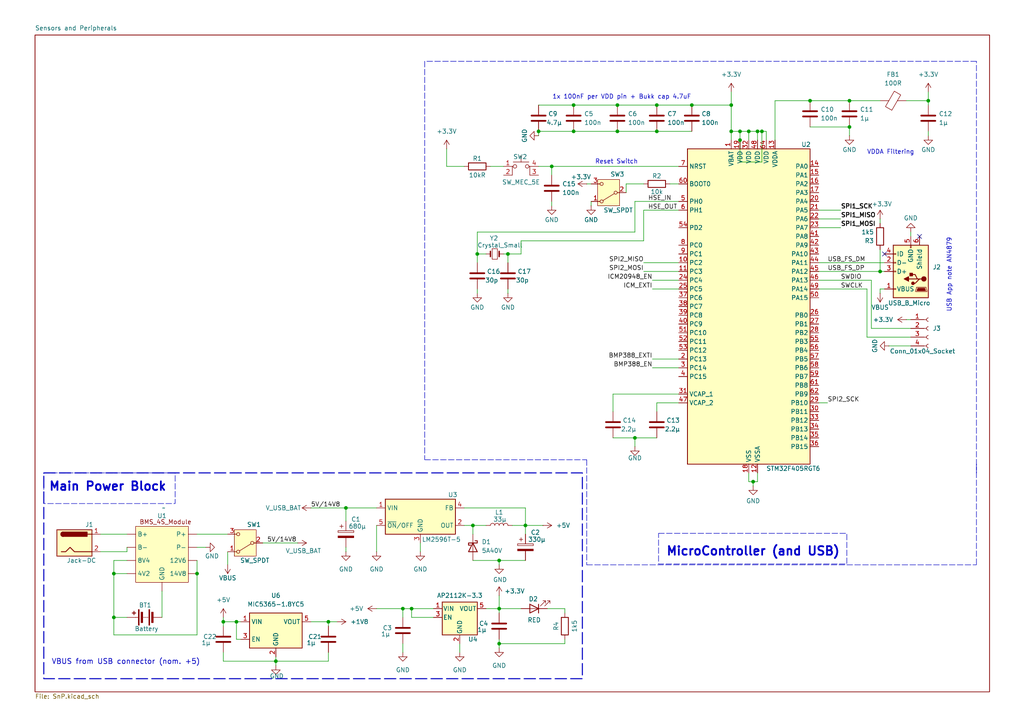
<source format=kicad_sch>
(kicad_sch (version 20250114) (generator "eeschema") (generator_version "9.0")
  (paper "A4")
  (title_block (title "Power and MCU Core ") (date "2025-06-02") (company "Shopie-hw"))
  (lib_symbols
    (symbol "Connector:Conn_01x04_Socket" (pin_names (offset 1.016) (hide yes))
      (property "Reference" "J" (at 0 5.08 0))
      (property "Value" "Conn_01x04_Socket" (at 0 -7.62 0))
      (symbol "Conn_01x04_Socket_1_1"
        (polyline (pts (xy -1.27 2.54) (xy -0.508 2.54)) (stroke (width 0.1524)))
        (polyline (pts (xy -1.27 0) (xy -0.508 0)) (stroke (width 0.1524)))
        (polyline (pts (xy -1.27 -2.54) (xy -0.508 -2.54)) (stroke (width 0.1524)))
        (polyline (pts (xy -1.27 -5.08) (xy -0.508 -5.08)) (stroke (width 0.1524)))
        (arc (start 0 2.032) (mid -0.5058 2.54) (end 0 3.048) (stroke (width 0.1524)))
        (arc (start 0 -0.508) (mid -0.5058 0) (end 0 0.508) (stroke (width 0.1524)))
        (arc (start 0 -3.048) (mid -0.5058 -2.54) (end 0 -2.032) (stroke (width 0.1524)))
        (arc (start 0 -5.588) (mid -0.5058 -5.08) (end 0 -4.572) (stroke (width 0.1524)))
        (pin passive line (at -5.08 2.54 0) (length 3.81) (name "Pin_1") (number "1"))
        (pin passive line (at -5.08 0 0) (length 3.81) (name "Pin_2") (number "2"))
        (pin passive line (at -5.08 -2.54 0) (length 3.81) (name "Pin_3") (number "3"))
        (pin passive line (at -5.08 -5.08 0) (length 3.81) (name "Pin_4") (number "4"))
      )
    )
    (symbol "Connector:Jack-DC" (pin_names (offset 1.016))
      (property "Reference" "J" (at 0 5.334 0))
      (property "Value" "Jack-DC" (at 0 -5.08 0))
      (symbol "Jack-DC_0_1"
        (rectangle (start -5.08 3.81) (end 5.08 -3.81) (stroke (width 0.254)) (fill (type background)))
        (polyline (pts (xy -3.81 -2.54) (xy -2.54 -2.54) (xy -1.27 -1.27) (xy 0 -2.54) (xy 2.54 -2.54) (xy 5.08 -2.54)) (stroke (width 0.254)))
        (arc (start -3.302 1.905) (mid -3.9343 2.54) (end -3.302 3.175) (stroke (width 0.254)))
        (arc (start -3.302 1.905) (mid -3.9343 2.54) (end -3.302 3.175) (stroke (width 0.254)) (fill (type outline)))
        (rectangle (start 3.683 3.175) (end -3.302 1.905) (stroke (width 0.254)) (fill (type outline)))
        (polyline (pts (xy 5.08 2.54) (xy 3.81 2.54)) (stroke (width 0.254)))
      )
      (symbol "Jack-DC_1_1"
        (pin passive line (at 7.62 2.54 180) (length 2.54) (name "~") (number "1"))
        (pin passive line (at 7.62 -2.54 180) (length 2.54) (name "~") (number "2"))
      )
    )
    (symbol "Connector:USB_B_Micro" (pin_names (offset 1.016))
      (property "Reference" "J" (at -5.08 11.43 0))
      (property "Value" "USB_B_Micro" (at -5.08 8.89 0))
      (symbol "USB_B_Micro_0_1"
        (rectangle (start -5.08 -7.62) (end 5.08 7.62) (stroke (width 0.254)) (fill (type background)))
        (polyline (pts (xy -4.699 5.842) (xy -4.699 5.588) (xy -4.445 4.826) (xy -4.445 4.572) (xy -1.651 4.572) (xy -1.651 4.826) (xy -1.397 5.588) (xy -1.397 5.842) (xy -4.699 5.842)))
        (polyline (pts (xy -4.318 5.588) (xy -1.778 5.588) (xy -2.032 4.826) (xy -4.064 4.826) (xy -4.318 5.588)) (fill (type outline)))
        (circle (center -3.81 2.159) (radius 0.635) (stroke (width 0.254)) (fill (type outline)))
        (polyline (pts (xy -3.175 2.159) (xy -2.54 2.159) (xy -1.27 3.429) (xy -0.635 3.429)) (stroke (width 0.254)))
        (polyline (pts (xy -2.54 2.159) (xy -1.905 2.159) (xy -1.27 0.889) (xy 0 0.889)) (stroke (width 0.254)))
        (polyline (pts (xy -1.905 2.159) (xy 0.635 2.159)) (stroke (width 0.254)))
        (circle (center -0.635 3.429) (radius 0.381) (stroke (width 0.254)) (fill (type outline)))
        (rectangle (start -0.127 -7.62) (end 0.127 -6.858))
        (rectangle (start 0.254 1.27) (end -0.508 0.508) (stroke (width 0.254)) (fill (type outline)))
        (polyline (pts (xy 0.635 2.794) (xy 0.635 1.524) (xy 1.905 2.159) (xy 0.635 2.794)) (stroke (width 0.254)) (fill (type outline)))
        (rectangle (start 5.08 4.953) (end 4.318 5.207))
        (rectangle (start 5.08 -0.127) (end 4.318 0.127))
        (rectangle (start 5.08 -2.667) (end 4.318 -2.413))
        (rectangle (start 5.08 -5.207) (end 4.318 -4.953))
      )
      (symbol "USB_B_Micro_1_1"
        (pin passive line (at -2.54 -10.16 90) (length 2.54) (name "Shield") (number "6"))
        (pin power_out line (at 0 -10.16 90) (length 2.54) (name "GND") (number "5"))
        (pin power_out line (at 7.62 5.08 180) (length 2.54) (name "VBUS") (number "1"))
        (pin bidirectional line (at 7.62 0 180) (length 2.54) (name "D+") (number "3"))
        (pin bidirectional line (at 7.62 -2.54 180) (length 2.54) (name "D-") (number "2"))
        (pin passive line (at 7.62 -5.08 180) (length 2.54) (name "ID") (number "4"))
      )
    )
    (symbol "Device:Battery" (pin_numbers (hide yes)) (pin_names (offset 0) (hide yes))
      (property "Reference" "BT" (at 2.54 2.54 0))
      (property "Value" "Battery" (at 2.54 0 0))
      (symbol "Battery_0_1"
        (rectangle (start -2.286 1.778) (end 2.286 1.524) (fill (type outline)))
        (rectangle (start -2.286 -1.27) (end 2.286 -1.524) (fill (type outline)))
        (rectangle (start -1.524 1.016) (end 1.524 0.508) (fill (type outline)))
        (rectangle (start -1.524 -2.032) (end 1.524 -2.54) (fill (type outline)))
        (polyline (pts (xy 0 1.778) (xy 0 2.54)))
        (polyline (pts (xy 0 0) (xy 0 0.254)))
        (polyline (pts (xy 0 -0.508) (xy 0 -0.254)))
        (polyline (pts (xy 0 -1.016) (xy 0 -0.762)))
        (polyline (pts (xy 0.762 3.048) (xy 1.778 3.048)) (stroke (width 0.254)))
        (polyline (pts (xy 1.27 3.556) (xy 1.27 2.54)) (stroke (width 0.254)))
      )
      (symbol "Battery_1_1"
        (pin passive line (at 0 5.08 270) (length 2.54) (name "+") (number "1"))
        (pin passive line (at 0 -5.08 90) (length 2.54) (name "-") (number "2"))
      )
    )
    (symbol "Device:C" (pin_numbers (hide yes)) (pin_names (offset 0.254))
      (property "Reference" "C" (at 0.635 2.54 0))
      (property "Value" "C" (at 0.635 -2.54 0))
      (symbol "C_0_1"
        (polyline (pts (xy -2.032 0.762) (xy 2.032 0.762)) (stroke (width 0.508)))
        (polyline (pts (xy -2.032 -0.762) (xy 2.032 -0.762)) (stroke (width 0.508)))
      )
      (symbol "C_1_1"
        (pin passive line (at 0 3.81 270) (length 2.794) (name "~") (number "1"))
        (pin passive line (at 0 -3.81 90) (length 2.794) (name "~") (number "2"))
      )
    )
    (symbol "Device:C_Polarized" (pin_numbers (hide yes)) (pin_names (offset 0.254))
      (property "Reference" "C" (at 0.635 2.54 0))
      (property "Value" "C_Polarized" (at 0.635 -2.54 0))
      (symbol "C_Polarized_0_1"
        (rectangle (start -2.286 0.508) (end 2.286 1.016))
        (polyline (pts (xy -1.778 2.286) (xy -0.762 2.286)))
        (polyline (pts (xy -1.27 2.794) (xy -1.27 1.778)))
        (rectangle (start 2.286 -0.508) (end -2.286 -1.016) (fill (type outline)))
      )
      (symbol "C_Polarized_1_1"
        (pin passive line (at 0 3.81 270) (length 2.794) (name "~") (number "1"))
        (pin passive line (at 0 -3.81 90) (length 2.794) (name "~") (number "2"))
      )
    )
    (symbol "Device:Crystal_Small" (pin_numbers (hide yes)) (pin_names (offset 1.016) (hide yes))
      (property "Reference" "Y" (at 0 2.54 0))
      (property "Value" "Crystal_Small" (at 0 -2.54 0))
      (symbol "Crystal_Small_0_1"
        (polyline (pts (xy -1.27 -0.762) (xy -1.27 0.762)) (stroke (width 0.381)))
        (rectangle (start -0.762 -1.524) (end 0.762 1.524))
        (polyline (pts (xy 1.27 -0.762) (xy 1.27 0.762)) (stroke (width 0.381)))
      )
      (symbol "Crystal_Small_1_1"
        (pin passive line (at -2.54 0 0) (length 1.27) (name "1") (number "1"))
        (pin passive line (at 2.54 0 180) (length 1.27) (name "2") (number "2"))
      )
    )
    (symbol "Device:D_Schottky" (pin_numbers (hide yes)) (pin_names (offset 1.016) (hide yes))
      (property "Reference" "D" (at 0 2.54 0))
      (property "Value" "D_Schottky" (at 0 -2.54 0))
      (symbol "D_Schottky_0_1"
        (polyline (pts (xy -1.905 0.635) (xy -1.905 1.27) (xy -1.27 1.27) (xy -1.27 -1.27) (xy -0.635 -1.27) (xy -0.635 -0.635)) (stroke (width 0.254)))
        (polyline (pts (xy 1.27 1.27) (xy 1.27 -1.27) (xy -1.27 0) (xy 1.27 1.27)) (stroke (width 0.254)))
        (polyline (pts (xy 1.27 0) (xy -1.27 0)))
      )
      (symbol "D_Schottky_1_1"
        (pin passive line (at -3.81 0 0) (length 2.54) (name "K") (number "1"))
        (pin passive line (at 3.81 0 180) (length 2.54) (name "A") (number "2"))
      )
    )
    (symbol "Device:FerriteBead" (pin_numbers (hide yes)) (pin_names (offset 0))
      (property "Reference" "FB" (at -3.81 0.635 90))
      (property "Value" "FerriteBead" (at 3.81 0 90))
      (symbol "FerriteBead_0_1"
        (polyline (pts (xy -2.7686 0.4064) (xy -1.7018 2.2606) (xy 2.7686 -0.3048) (xy 1.6764 -2.159) (xy -2.7686 0.4064)))
        (polyline (pts (xy 0 1.27) (xy 0 1.2954)))
        (polyline (pts (xy 0 -1.27) (xy 0 -1.2192)))
      )
      (symbol "FerriteBead_1_1"
        (pin passive line (at 0 3.81 270) (length 2.54) (name "~") (number "1"))
        (pin passive line (at 0 -3.81 90) (length 2.54) (name "~") (number "2"))
      )
    )
    (symbol "Device:L" (pin_numbers (hide yes)) (pin_names (offset 1.016) (hide yes))
      (property "Reference" "L" (at -1.27 0 90))
      (property "Value" "L" (at 1.905 0 90))
      (symbol "L_0_1"
        (arc (start 0 2.54) (mid 0.6323 1.905) (end 0 1.27))
        (arc (start 0 1.27) (mid 0.6323 0.635) (end 0 0))
        (arc (start 0 0) (mid 0.6323 -0.635) (end 0 -1.27))
        (arc (start 0 -1.27) (mid 0.6323 -1.905) (end 0 -2.54))
      )
      (symbol "L_1_1"
        (pin passive line (at 0 3.81 270) (length 1.27) (name "1") (number "1"))
        (pin passive line (at 0 -3.81 90) (length 1.27) (name "2") (number "2"))
      )
    )
    (symbol "Device:LED" (pin_numbers (hide yes)) (pin_names (offset 1.016) (hide yes))
      (property "Reference" "D" (at 0 2.54 0))
      (property "Value" "LED" (at 0 -2.54 0))
      (symbol "LED_0_1"
        (polyline (pts (xy -3.048 -0.762) (xy -4.572 -2.286) (xy -3.81 -2.286) (xy -4.572 -2.286) (xy -4.572 -1.524)))
        (polyline (pts (xy -1.778 -0.762) (xy -3.302 -2.286) (xy -2.54 -2.286) (xy -3.302 -2.286) (xy -3.302 -1.524)))
        (polyline (pts (xy -1.27 0) (xy 1.27 0)))
        (polyline (pts (xy -1.27 -1.27) (xy -1.27 1.27)) (stroke (width 0.254)))
        (polyline (pts (xy 1.27 -1.27) (xy 1.27 1.27) (xy -1.27 0) (xy 1.27 -1.27)) (stroke (width 0.254)))
      )
      (symbol "LED_1_1"
        (pin passive line (at -3.81 0 0) (length 2.54) (name "K") (number "1"))
        (pin passive line (at 3.81 0 180) (length 2.54) (name "A") (number "2"))
      )
    )
    (symbol "Device:R" (pin_numbers (hide yes)) (pin_names (offset 0))
      (property "Reference" "R" (at 2.032 0 90))
      (property "Value" "R" (at 0 0 90))
      (symbol "R_0_1"
        (rectangle (start -1.016 -2.54) (end 1.016 2.54) (stroke (width 0.254)))
      )
      (symbol "R_1_1"
        (pin passive line (at 0 3.81 270) (length 1.27) (name "~") (number "1"))
        (pin passive line (at 0 -3.81 90) (length 1.27) (name "~") (number "2"))
      )
    )
    (symbol "MCU_ST_STM32F4:STM32F405RGTx"
      (property "Reference" "U" (at -17.78 46.99 0))
      (property "Value" "STM32F405RGTx" (at 10.16 46.99 0))
      (symbol "STM32F405RGTx_0_1"
        (rectangle (start -17.78 -45.72) (end 17.78 45.72) (stroke (width 0.254)) (fill (type background)))
      )
      (symbol "STM32F405RGTx_1_1"
        (pin input line (at -20.32 40.64 0) (length 2.54) (name "NRST") (number "7"))
        (pin input line (at -20.32 35.56 0) (length 2.54) (name "BOOT0") (number "60"))
        (pin bidirectional line (at -20.32 30.48 0) (length 2.54) (name "PH0") (number "5"))
        (pin bidirectional line (at -20.32 27.94 0) (length 2.54) (name "PH1") (number "6"))
        (pin bidirectional line (at -20.32 22.86 0) (length 2.54) (name "PD2") (number "54"))
        (pin bidirectional line (at -20.32 17.78 0) (length 2.54) (name "PC0") (number "8"))
        (pin bidirectional line (at -20.32 15.24 0) (length 2.54) (name "PC1") (number "9"))
        (pin bidirectional line (at -20.32 12.7 0) (length 2.54) (name "PC2") (number "10"))
        (pin bidirectional line (at -20.32 10.16 0) (length 2.54) (name "PC3") (number "11"))
        (pin bidirectional line (at -20.32 7.62 0) (length 2.54) (name "PC4") (number "24"))
        (pin bidirectional line (at -20.32 5.08 0) (length 2.54) (name "PC5") (number "25"))
        (pin bidirectional line (at -20.32 2.54 0) (length 2.54) (name "PC6") (number "37"))
        (pin bidirectional line (at -20.32 0 0) (length 2.54) (name "PC7") (number "38"))
        (pin bidirectional line (at -20.32 -2.54 0) (length 2.54) (name "PC8") (number "39"))
        (pin bidirectional line (at -20.32 -5.08 0) (length 2.54) (name "PC9") (number "40"))
        (pin bidirectional line (at -20.32 -7.62 0) (length 2.54) (name "PC10") (number "51"))
        (pin bidirectional line (at -20.32 -10.16 0) (length 2.54) (name "PC11") (number "52"))
        (pin bidirectional line (at -20.32 -12.7 0) (length 2.54) (name "PC12") (number "53"))
        (pin bidirectional line (at -20.32 -15.24 0) (length 2.54) (name "PC13") (number "2"))
        (pin bidirectional line (at -20.32 -17.78 0) (length 2.54) (name "PC14") (number "3"))
        (pin bidirectional line (at -20.32 -20.32 0) (length 2.54) (name "PC15") (number "4"))
        (pin power_out line (at -20.32 -25.4 0) (length 2.54) (name "VCAP_1") (number "31"))
        (pin power_out line (at -20.32 -27.94 0) (length 2.54) (name "VCAP_2") (number "47"))
        (pin power_in line (at -5.08 48.26 270) (length 2.54) (name "VBAT") (number "1"))
        (pin power_in line (at -2.54 48.26 270) (length 2.54) (name "VDD") (number "19"))
        (pin power_in line (at 0 48.26 270) (length 2.54) (name "VDD") (number "32"))
        (pin power_in line (at 0 -48.26 90) (length 2.54) (name "VSS") (number "18"))
        (pin passive line (at 0 -48.26 90) (length 2.54) (hide yes) (name "VSS") (number "63"))
        (pin power_in line (at 2.54 48.26 270) (length 2.54) (name "VDD") (number "48"))
        (pin power_in line (at 2.54 -48.26 90) (length 2.54) (name "VSSA") (number "12"))
        (pin power_in line (at 5.08 48.26 270) (length 2.54) (name "VDD") (number "64"))
        (pin power_in line (at 7.62 48.26 270) (length 2.54) (name "VDDA") (number "13"))
        (pin bidirectional line (at 20.32 40.64 180) (length 2.54) (name "PA0") (number "14"))
        (pin bidirectional line (at 20.32 38.1 180) (length 2.54) (name "PA1") (number "15"))
        (pin bidirectional line (at 20.32 35.56 180) (length 2.54) (name "PA2") (number "16"))
        (pin bidirectional line (at 20.32 33.02 180) (length 2.54) (name "PA3") (number "17"))
        (pin bidirectional line (at 20.32 30.48 180) (length 2.54) (name "PA4") (number "20"))
        (pin bidirectional line (at 20.32 27.94 180) (length 2.54) (name "PA5") (number "21"))
        (pin bidirectional line (at 20.32 25.4 180) (length 2.54) (name "PA6") (number "22"))
        (pin bidirectional line (at 20.32 22.86 180) (length 2.54) (name "PA7") (number "23"))
        (pin bidirectional line (at 20.32 20.32 180) (length 2.54) (name "PA8") (number "41"))
        (pin bidirectional line (at 20.32 17.78 180) (length 2.54) (name "PA9") (number "42"))
        (pin bidirectional line (at 20.32 15.24 180) (length 2.54) (name "PA10") (number "43"))
        (pin bidirectional line (at 20.32 12.7 180) (length 2.54) (name "PA11") (number "44"))
        (pin bidirectional line (at 20.32 10.16 180) (length 2.54) (name "PA12") (number "45"))
        (pin bidirectional line (at 20.32 7.62 180) (length 2.54) (name "PA13") (number "46"))
        (pin bidirectional line (at 20.32 5.08 180) (length 2.54) (name "PA14") (number "49"))
        (pin bidirectional line (at 20.32 2.54 180) (length 2.54) (name "PA15") (number "50"))
        (pin bidirectional line (at 20.32 -2.54 180) (length 2.54) (name "PB0") (number "26"))
        (pin bidirectional line (at 20.32 -5.08 180) (length 2.54) (name "PB1") (number "27"))
        (pin bidirectional line (at 20.32 -7.62 180) (length 2.54) (name "PB2") (number "28"))
        (pin bidirectional line (at 20.32 -10.16 180) (length 2.54) (name "PB3") (number "55"))
        (pin bidirectional line (at 20.32 -12.7 180) (length 2.54) (name "PB4") (number "56"))
        (pin bidirectional line (at 20.32 -15.24 180) (length 2.54) (name "PB5") (number "57"))
        (pin bidirectional line (at 20.32 -17.78 180) (length 2.54) (name "PB6") (number "58"))
        (pin bidirectional line (at 20.32 -20.32 180) (length 2.54) (name "PB7") (number "59"))
        (pin bidirectional line (at 20.32 -22.86 180) (length 2.54) (name "PB8") (number "61"))
        (pin bidirectional line (at 20.32 -25.4 180) (length 2.54) (name "PB9") (number "62"))
        (pin bidirectional line (at 20.32 -27.94 180) (length 2.54) (name "PB10") (number "29"))
        (pin bidirectional line (at 20.32 -30.48 180) (length 2.54) (name "PB11") (number "30"))
        (pin bidirectional line (at 20.32 -33.02 180) (length 2.54) (name "PB12") (number "33"))
        (pin bidirectional line (at 20.32 -35.56 180) (length 2.54) (name "PB13") (number "34"))
        (pin bidirectional line (at 20.32 -38.1 180) (length 2.54) (name "PB14") (number "35"))
        (pin bidirectional line (at 20.32 -40.64 180) (length 2.54) (name "PB15") (number "36"))
      )
    )
    (symbol "Regulator_Linear:AP2112K-3.3" (pin_names (offset 0.254))
      (property "Reference" "U" (at -5.08 5.715 0))
      (property "Value" "AP2112K-3.3" (at 0 5.715 0))
      (symbol "AP2112K-3.3_0_1"
        (rectangle (start -5.08 4.445) (end 5.08 -5.08) (stroke (width 0.254)) (fill (type background)))
      )
      (symbol "AP2112K-3.3_1_1"
        (pin power_in line (at -7.62 2.54 0) (length 2.54) (name "VIN") (number "1"))
        (pin input line (at -7.62 0 0) (length 2.54) (name "EN") (number "3"))
        (pin power_in line (at 0 -7.62 90) (length 2.54) (name "GND") (number "2"))
        (pin no_connect line (at 5.08 0 180) (length 2.54) (hide yes) (name "NC") (number "4"))
        (pin power_out line (at 7.62 2.54 180) (length 2.54) (name "VOUT") (number "5"))
      )
    )
    (symbol "Regulator_Linear:MIC5365-1.8YC5"
      (property "Reference" "U" (at -6.35 6.35 0))
      (property "Value" "MIC5365-1.8YC5" (at 0 6.35 0))
      (symbol "MIC5365-1.8YC5_0_1"
        (rectangle (start -7.62 -5.08) (end 7.62 5.08) (stroke (width 0.254)) (fill (type background)))
      )
      (symbol "MIC5365-1.8YC5_1_1"
        (pin power_in line (at -10.16 2.54 0) (length 2.54) (name "VIN") (number "1"))
        (pin input line (at -10.16 -2.54 0) (length 2.54) (name "EN") (number "3"))
        (pin power_in line (at 0 -7.62 90) (length 2.54) (name "GND") (number "2"))
        (pin no_connect line (at 7.62 -2.54 180) (length 2.54) (hide yes) (name "NC") (number "4"))
        (pin power_out line (at 10.16 2.54 180) (length 2.54) (name "VOUT") (number "5"))
      )
    )
    (symbol "Regulator_Switching:LM2596T-5"
      (property "Reference" "U" (at -10.16 6.35 0))
      (property "Value" "LM2596T-5" (at 0 6.35 0))
      (symbol "LM2596T-5_0_1"
        (rectangle (start -10.16 5.08) (end 10.16 -5.08) (stroke (width 0.254)) (fill (type background)))
      )
      (symbol "LM2596T-5_1_1"
        (pin power_in line (at -12.7 2.54 0) (length 2.54) (name "VIN") (number "1"))
        (pin input line (at -12.7 -2.54 0) (length 2.54) (name "~{ON}/OFF") (number "5"))
        (pin power_in line (at 0 -7.62 90) (length 2.54) (name "GND") (number "3"))
        (pin input line (at 12.7 2.54 180) (length 2.54) (name "FB") (number "4"))
        (pin output line (at 12.7 -2.54 180) (length 2.54) (name "OUT") (number "2"))
      )
    )
    (symbol "Switch:SW_MEC_5E" (pin_names (offset 1.016) (hide yes))
      (property "Reference" "SW" (at 0.635 5.715 0))
      (property "Value" "SW_MEC_5E" (at 0 -3.175 0))
      (symbol "SW_MEC_5E_0_1"
        (polyline (pts (xy -2.54 0) (xy -2.54 2.54) (xy -2.286 2.54)))
        (polyline (pts (xy -2.286 3.81) (xy 2.286 3.81)))
        (circle (center -1.778 2.54) (radius 0.508))
        (polyline (pts (xy 0 3.81) (xy 0 5.588)))
        (circle (center 1.778 2.54) (radius 0.508))
        (polyline (pts (xy 2.54 0) (xy 2.54 2.54) (xy 2.286 2.54)))
        (pin passive line (at -5.08 2.54 0) (length 2.54) (name "1") (number "1"))
        (pin passive line (at -5.08 0 0) (length 2.54) (name "2") (number "2"))
        (pin passive line (at 5.08 2.54 180) (length 2.54) (name "A") (number "4"))
        (pin passive line (at 5.08 0 180) (length 2.54) (name "K") (number "3"))
      )
    )
    (symbol "Switch:SW_SPDT" (pin_names (offset 0) (hide yes))
      (property "Reference" "SW" (at 0 5.08 0))
      (property "Value" "SW_SPDT" (at 0 -5.08 0))
      (symbol "SW_SPDT_0_1"
        (circle (center -2.032 0) (radius 0.4572))
        (polyline (pts (xy -1.651 0.254) (xy 1.651 2.286)))
        (circle (center 2.032 2.54) (radius 0.4572))
        (circle (center 2.032 -2.54) (radius 0.4572))
      )
      (symbol "SW_SPDT_1_1"
        (rectangle (start -3.175 3.81) (end 3.175 -3.81) (fill (type background)))
        (pin passive line (at -5.08 0 0) (length 2.54) (name "B") (number "2"))
        (pin passive line (at 5.08 2.54 180) (length 2.54) (name "A") (number "1"))
        (pin passive line (at 5.08 -2.54 180) (length 2.54) (name "C") (number "3"))
      )
    )
    (symbol "power:+1V8" (power) (pin_numbers (hide yes)) (pin_names (offset 0) (hide yes))
      (property "Value" "+1V8" (at 0 3.556 0))
      (symbol "+1V8_0_1"
        (polyline (pts (xy -0.762 1.27) (xy 0 2.54)))
        (polyline (pts (xy 0 2.54) (xy 0.762 1.27)))
        (polyline (pts (xy 0 0) (xy 0 2.54)))
      )
      (symbol "+1V8_1_1"
        (pin power_in line (at 0 0 90) (length 0) (name "~") (number "1"))
      )
    )
    (symbol "power:+3.3V" (power) (pin_numbers (hide yes)) (pin_names (offset 0) (hide yes))
      (property "Value" "+3.3V" (at 0 3.556 0))
      (symbol "+3.3V_0_1"
        (polyline (pts (xy -0.762 1.27) (xy 0 2.54)))
        (polyline (pts (xy 0 2.54) (xy 0.762 1.27)))
        (polyline (pts (xy 0 0) (xy 0 2.54)))
      )
      (symbol "+3.3V_1_1"
        (pin power_in line (at 0 0 90) (length 0) (name "~") (number "1"))
      )
    )
    (symbol "power:+5V" (power) (pin_numbers (hide yes)) (pin_names (offset 0) (hide yes))
      (property "Value" "+5V" (at 0 3.556 0))
      (symbol "+5V_0_1"
        (polyline (pts (xy -0.762 1.27) (xy 0 2.54)))
        (polyline (pts (xy 0 2.54) (xy 0.762 1.27)))
        (polyline (pts (xy 0 0) (xy 0 2.54)))
      )
      (symbol "+5V_1_1"
        (pin power_in line (at 0 0 90) (length 0) (name "~") (number "1"))
      )
    )
    (symbol "power:GND" (power) (pin_numbers (hide yes)) (pin_names (offset 0) (hide yes))
      (property "Value" "GND" (at 0 -3.81 0))
      (symbol "GND_0_1"
        (polyline (pts (xy 0 0) (xy 0 -1.27) (xy 1.27 -1.27) (xy 0 -2.54) (xy -1.27 -1.27) (xy 0 -1.27)))
      )
      (symbol "GND_1_1"
        (pin power_in line (at 0 0 270) (length 0) (name "~") (number "1"))
      )
    )
    (symbol "power:LINE" (power) (pin_numbers (hide yes)) (pin_names (offset 0) (hide yes))
      (property "Value" "LINE" (at 0 3.556 0))
      (symbol "LINE_0_1"
        (polyline (pts (xy -0.762 1.27) (xy 0 2.54)))
        (polyline (pts (xy 0 2.54) (xy 0.762 1.27)))
        (polyline (pts (xy 0 0) (xy 0 2.54)))
      )
      (symbol "LINE_1_1"
        (pin power_in line (at 0 0 90) (length 0) (name "~") (number "1"))
      )
    )
    (symbol "power:VBUS" (power) (pin_numbers (hide yes)) (pin_names (offset 0) (hide yes))
      (property "Value" "VBUS" (at 0 3.556 0))
      (symbol "VBUS_0_1"
        (polyline (pts (xy -0.762 1.27) (xy 0 2.54)))
        (polyline (pts (xy 0 2.54) (xy 0.762 1.27)))
        (polyline (pts (xy 0 0) (xy 0 2.54)))
      )
      (symbol "VBUS_1_1"
        (pin power_in line (at 0 0 90) (length 0) (name "~") (number "1"))
      )
    )
    (symbol "shopie-hwLibrary:BMS_4S_Module"
      (property "Reference" "U" (at 0 -0.254 0))
      (symbol "BMS_4S_Module_1_1"
        (rectangle (start -7.62 6.096) (end 7.62 -10.16) (fill (type background)))
        (text "BMS_4S_Module\n" (at 1.016 7.366 0) (effects (font (size 1.27 1.27))))
        (pin power_in line (at -10.16 3.81 0) (length 2.54) (name "B+") (number ""))
        (pin power_in line (at -10.16 0 0) (length 2.54) (name "B-") (number ""))
        (pin power_in line (at -10.16 -3.81 0) (length 2.54) (name "8V4") (number ""))
        (pin power_in line (at -10.16 -7.62 0) (length 2.54) (name "4V2") (number ""))
        (pin power_in line (at 0 -12.7 90) (length 2.54) (name "GND") (number ""))
        (pin power_in line (at 10.16 3.81 180) (length 2.54) (name "P+") (number ""))
        (pin power_in line (at 10.16 0 180) (length 2.54) (name "P-") (number ""))
        (pin power_in line (at 10.16 -3.81 180) (length 2.54) (name "12V6") (number ""))
        (pin power_in line (at 10.16 -7.62 180) (length 2.54) (name "14V8") (number ""))
      )
    )
  )
  (rectangle (start 12.7 137.16) (end 50.8 146.05) (stroke (width 0) (type dash)))
  (rectangle (start 12.7 137.16) (end 168.91 196.85) (stroke (width 0.3) (type dash)))
  (rectangle (start 191.008 154.686) (end 245.618 163.576) (stroke (width 0) (type dash)))
  (text "VDDA Filtering\n" (at 258.318 44.196 0) (effects (font (size 1.27 1.27) (thickness 0.1588))))
  (text "MicroController (and USB)\n" (at 218.44 160.02 0) (effects (font (size 2.5 2.5) (thickness 0.5) (bold yes))))
  (text "Main Power Block" (at 31.242 141.224 0) (effects (font (size 2.5 2.5) (thickness 0.5) (bold yes))))
  (text "VBUS from USB connector (nom. +5) " (at 37.084 192.024 0) (effects (font (size 1.5 1.5) (thickness 0.1875))))
  (text "USB App note AN4879\n" (at 275.336 79.756 90) (effects (font (size 1.27 1.27) (thickness 0.1588))))
  (text "Reset Switch\n" (at 178.816 46.99 0) (effects (font (size 1.27 1.27) (thickness 0.1588))))
  (text "1x 100nF per VDD pin + Bukk cap 4.7uF\n" (at 180.34 28.194 0) (effects (font (size 1.27 1.27) (thickness 0.1588))))
  (junction (at 144.78 186.69))
  (junction (at 116.84 176.53))
  (junction (at 190.5 30.48))
  (junction (at 68.58 180.34))
  (junction (at 246.38 29.21))
  (junction (at 64.77 180.34))
  (junction (at 218.44 139.7))
  (junction (at 119.38 176.53))
  (junction (at 152.4 152.4))
  (junction (at 255.27 78.74))
  (junction (at 138.43 73.66))
  (junction (at 212.09 30.48))
  (junction (at 179.07 30.48))
  (junction (at 100.33 147.32))
  (junction (at 147.32 73.66))
  (junction (at 220.98 38.1))
  (junction (at 234.95 29.21))
  (junction (at 184.15 127))
  (junction (at 160.02 48.26))
  (junction (at 212.09 38.1))
  (junction (at 144.78 162.56))
  (junction (at 200.66 30.48))
  (junction (at 219.71 38.1))
  (junction (at 144.78 176.53))
  (junction (at 33.02 166.37))
  (junction (at 137.16 152.4))
  (junction (at 57.15 166.37))
  (junction (at 179.07 38.1))
  (junction (at 190.5 38.1))
  (junction (at 80.01 191.77))
  (junction (at 95.25 180.34))
  (junction (at 166.37 38.1))
  (junction (at 166.37 30.48))
  (junction (at 269.24 29.21))
  (junction (at 214.63 40.64))
  (junction (at 156.21 38.1))
  (junction (at 246.38 36.83))
  (junction (at 33.02 179.07))
  (junction (at 214.63 38.1))
  (junction (at 217.17 38.1))
  (no_connect (at 266.7 68.58))
  (no_connect (at 256.54 73.66))
  (wire (pts (xy 144.78 185.42) (xy 144.78 186.69)))
  (wire (pts (xy 64.77 191.77) (xy 64.77 189.23)))
  (wire (pts (xy 179.07 38.1) (xy 190.5 38.1)))
  (wire (pts (xy 142.24 48.26) (xy 146.05 48.26)))
  (wire (pts (xy 160.02 48.26) (xy 156.21 48.26)))
  (wire (pts (xy 97.79 180.34) (xy 95.25 180.34)))
  (wire (pts (xy 57.15 158.75) (xy 59.69 158.75)))
  (wire (pts (xy 219.71 38.1) (xy 217.17 38.1)))
  (wire (pts (xy 184.15 127) (xy 184.15 129.54)))
  (wire (pts (xy 237.49 63.5) (xy 243.84 63.5)))
  (wire (pts (xy 246.38 36.83) (xy 246.38 39.37)))
  (wire (pts (xy 68.58 185.42) (xy 69.85 185.42)))
  (wire (pts (xy 140.97 176.53) (xy 144.78 176.53)))
  (wire (pts (xy 186.69 69.85) (xy 151.13 69.85)))
  (wire (pts (xy 144.78 186.69) (xy 144.78 187.96)))
  (wire (pts (xy 80.01 191.77) (xy 64.77 191.77)))
  (polyline (pts (xy 170.18 133.35) (xy 170.18 163.83)) (stroke (width 0) (type dash)))
  (wire (pts (xy 190.5 116.84) (xy 190.5 119.38)))
  (wire (pts (xy 269.24 29.21) (xy 262.89 29.21)))
  (wire (pts (xy 137.16 152.4) (xy 140.97 152.4)))
  (wire (pts (xy 255.27 78.74) (xy 256.54 78.74)))
  (wire (pts (xy 237.49 81.28) (xy 252.73 81.28)))
  (wire (pts (xy 222.25 40.64) (xy 222.25 38.1)))
  (wire (pts (xy 116.84 189.23) (xy 116.84 186.69)))
  (wire (pts (xy 184.15 127) (xy 190.5 127)))
  (wire (pts (xy 190.5 38.1) (xy 200.66 38.1)))
  (wire (pts (xy 116.84 176.53) (xy 119.38 176.53)))
  (wire (pts (xy 189.23 83.82) (xy 196.85 83.82)))
  (wire (pts (xy 33.02 179.07) (xy 33.02 166.37)))
  (wire (pts (xy 80.01 191.77) (xy 80.01 193.04)))
  (wire (pts (xy 189.23 106.68) (xy 196.85 106.68)))
  (wire (pts (xy 144.78 162.56) (xy 144.78 163.83)))
  (wire (pts (xy 186.69 78.74) (xy 196.85 78.74)))
  (wire (pts (xy 36.83 160.02) (xy 36.83 158.75)))
  (wire (pts (xy 257.81 100.33) (xy 264.16 100.33)))
  (wire (pts (xy 76.2 157.48) (xy 86.36 157.48)))
  (wire (pts (xy 95.25 180.34) (xy 95.25 181.61)))
  (wire (pts (xy 190.5 30.48) (xy 200.66 30.48)))
  (wire (pts (xy 138.43 73.66) (xy 138.43 76.2)))
  (wire (pts (xy 219.71 139.7) (xy 218.44 139.7)))
  (wire (pts (xy 177.8 127) (xy 184.15 127)))
  (wire (pts (xy 68.58 180.34) (xy 69.85 180.34)))
  (wire (pts (xy 220.98 38.1) (xy 220.98 46.99)))
  (wire (pts (xy 95.25 189.23) (xy 95.25 191.77)))
  (wire (pts (xy 262.89 92.71) (xy 264.16 92.71)))
  (wire (pts (xy 144.78 172.72) (xy 144.78 176.53)))
  (wire (pts (xy 181.61 53.34) (xy 186.69 53.34)))
  (wire (pts (xy 144.78 176.53) (xy 144.78 177.8)))
  (wire (pts (xy 57.15 162.56) (xy 57.15 166.37)))
  (wire (pts (xy 148.59 152.4) (xy 152.4 152.4)))
  (wire (pts (xy 156.21 38.1) (xy 166.37 38.1)))
  (wire (pts (xy 138.43 67.31) (xy 138.43 73.66)))
  (wire (pts (xy 251.46 97.79) (xy 264.16 97.79)))
  (wire (pts (xy 255.27 63.5) (xy 255.27 64.77)))
  (wire (pts (xy 237.49 116.84) (xy 240.03 116.84)))
  (wire (pts (xy 151.13 73.66) (xy 147.32 73.66)))
  (wire (pts (xy 255.27 72.39) (xy 255.27 78.74)))
  (wire (pts (xy 137.16 152.4) (xy 137.16 154.94)))
  (wire (pts (xy 109.22 176.53) (xy 116.84 176.53)))
  (wire (pts (xy 237.49 76.2) (xy 256.54 76.2)))
  (wire (pts (xy 147.32 73.66) (xy 146.05 73.66)))
  (wire (pts (xy 80.01 190.5) (xy 80.01 191.77)))
  (wire (pts (xy 36.83 179.07) (xy 33.02 179.07)))
  (wire (pts (xy 234.95 29.21) (xy 246.38 29.21)))
  (wire (pts (xy 264.16 67.31) (xy 264.16 68.58)))
  (wire (pts (xy 100.33 158.75) (xy 100.33 160.02)))
  (wire (pts (xy 152.4 147.32) (xy 134.62 147.32)))
  (wire (pts (xy 196.85 114.3) (xy 177.8 114.3)))
  (wire (pts (xy 144.78 176.53) (xy 151.13 176.53)))
  (wire (pts (xy 224.79 40.64) (xy 224.79 29.21)))
  (wire (pts (xy 251.46 83.82) (xy 251.46 97.79)))
  (wire (pts (xy 119.38 179.07) (xy 119.38 176.53)))
  (wire (pts (xy 33.02 184.15) (xy 57.15 184.15)))
  (wire (pts (xy 255.27 83.82) (xy 256.54 83.82)))
  (wire (pts (xy 252.73 81.28) (xy 252.73 95.25)))
  (wire (pts (xy 100.33 147.32) (xy 100.33 151.13)))
  (wire (pts (xy 158.75 176.53) (xy 163.83 176.53)))
  (wire (pts (xy 116.84 176.53) (xy 116.84 179.07)))
  (wire (pts (xy 64.77 181.61) (xy 64.77 180.34)))
  (wire (pts (xy 68.58 180.34) (xy 68.58 185.42)))
  (wire (pts (xy 219.71 137.16) (xy 219.71 139.7)))
  (wire (pts (xy 255.27 85.09) (xy 255.27 83.82)))
  (wire (pts (xy 214.63 38.1) (xy 212.09 38.1)))
  (wire (pts (xy 160.02 48.26) (xy 160.02 50.8)))
  (wire (pts (xy 217.17 38.1) (xy 214.63 38.1)))
  (wire (pts (xy 156.21 38.1) (xy 156.21 39.37)))
  (wire (pts (xy 90.17 180.34) (xy 95.25 180.34)))
  (wire (pts (xy 166.37 30.48) (xy 179.07 30.48)))
  (wire (pts (xy 269.24 26.67) (xy 269.24 29.21)))
  (wire (pts (xy 196.85 116.84) (xy 190.5 116.84)))
  (polyline (pts (xy 123.19 17.78) (xy 123.19 133.35)) (stroke (width 0) (type dash)))
  (wire (pts (xy 160.02 48.26) (xy 196.85 48.26)))
  (wire (pts (xy 134.62 152.4) (xy 137.16 152.4)))
  (wire (pts (xy 64.77 179.07) (xy 64.77 180.34)))
  (wire (pts (xy 234.95 36.83) (xy 246.38 36.83)))
  (wire (pts (xy 33.02 162.56) (xy 36.83 162.56)))
  (wire (pts (xy 138.43 83.82) (xy 138.43 85.09)))
  (wire (pts (xy 119.38 176.53) (xy 125.73 176.53)))
  (wire (pts (xy 33.02 166.37) (xy 33.02 162.56)))
  (wire (pts (xy 129.54 43.18) (xy 129.54 48.26)))
  (polyline (pts (xy 283.21 134.62) (xy 283.21 163.83)) (stroke (width 0) (type dash)))
  (wire (pts (xy 33.02 166.37) (xy 36.83 166.37)))
  (wire (pts (xy 184.15 58.42) (xy 196.85 58.42)))
  (wire (pts (xy 212.09 30.48) (xy 200.66 30.48)))
  (wire (pts (xy 237.49 83.82) (xy 251.46 83.82)))
  (wire (pts (xy 212.09 30.48) (xy 212.09 38.1)))
  (wire (pts (xy 269.24 38.1) (xy 269.24 39.37)))
  (wire (pts (xy 214.63 38.1) (xy 214.63 40.64)))
  (wire (pts (xy 189.23 104.14) (xy 196.85 104.14)))
  (wire (pts (xy 147.32 83.82) (xy 147.32 85.09)))
  (wire (pts (xy 212.09 40.64) (xy 212.09 38.1)))
  (wire (pts (xy 163.83 186.69) (xy 144.78 186.69)))
  (wire (pts (xy 237.49 60.96) (xy 243.84 60.96)))
  (wire (pts (xy 218.44 139.7) (xy 218.44 140.97)))
  (wire (pts (xy 160.02 58.42) (xy 160.02 59.69)))
  (wire (pts (xy 217.17 40.64) (xy 217.17 38.1)))
  (wire (pts (xy 177.8 114.3) (xy 177.8 119.38)))
  (wire (pts (xy 109.22 152.4) (xy 109.22 160.02)))
  (wire (pts (xy 189.23 81.28) (xy 196.85 81.28)))
  (wire (pts (xy 33.02 179.07) (xy 33.02 184.15)))
  (wire (pts (xy 152.4 154.94) (xy 152.4 152.4)))
  (wire (pts (xy 66.04 160.02) (xy 66.04 163.83)))
  (wire (pts (xy 214.63 46.99) (xy 220.98 46.99)))
  (polyline (pts (xy 170.18 163.83) (xy 283.21 163.83)) (stroke (width 0) (type dash)))
  (wire (pts (xy 80.01 191.77) (xy 95.25 191.77)))
  (wire (pts (xy 64.77 180.34) (xy 68.58 180.34)))
  (wire (pts (xy 181.61 55.88) (xy 181.61 53.34)))
  (wire (pts (xy 144.78 162.56) (xy 152.4 162.56)))
  (wire (pts (xy 184.15 58.42) (xy 184.15 67.31)))
  (wire (pts (xy 269.24 30.48) (xy 269.24 29.21)))
  (wire (pts (xy 137.16 162.56) (xy 144.78 162.56)))
  (wire (pts (xy 147.32 73.66) (xy 147.32 76.2)))
  (wire (pts (xy 152.4 152.4) (xy 157.48 152.4)))
  (wire (pts (xy 212.09 26.67) (xy 212.09 30.48)))
  (wire (pts (xy 152.4 152.4) (xy 152.4 147.32)))
  (wire (pts (xy 186.69 76.2) (xy 196.85 76.2)))
  (wire (pts (xy 129.54 48.26) (xy 134.62 48.26)))
  (wire (pts (xy 237.49 78.74) (xy 255.27 78.74)))
  (wire (pts (xy 46.99 179.07) (xy 46.99 171.45)))
  (wire (pts (xy 163.83 176.53) (xy 163.83 177.8)))
  (wire (pts (xy 156.21 30.48) (xy 166.37 30.48)))
  (wire (pts (xy 186.69 60.96) (xy 196.85 60.96)))
  (wire (pts (xy 57.15 154.94) (xy 66.04 154.94)))
  (wire (pts (xy 151.13 69.85) (xy 151.13 73.66)))
  (polyline (pts (xy 123.19 133.35) (xy 170.18 133.35)) (stroke (width 0) (type dash)))
  (wire (pts (xy 125.73 179.07) (xy 119.38 179.07)))
  (wire (pts (xy 170.18 53.34) (xy 171.45 53.34)))
  (wire (pts (xy 133.35 186.69) (xy 133.35 189.23)))
  (wire (pts (xy 219.71 40.64) (xy 219.71 38.1)))
  (wire (pts (xy 57.15 166.37) (xy 57.15 184.15)))
  (wire (pts (xy 222.25 38.1) (xy 220.98 38.1)))
  (wire (pts (xy 224.79 29.21) (xy 234.95 29.21)))
  (wire (pts (xy 90.17 147.32) (xy 100.33 147.32)))
  (wire (pts (xy 163.83 185.42) (xy 163.83 186.69)))
  (wire (pts (xy 171.45 58.42) (xy 171.45 59.69)))
  (wire (pts (xy 186.69 60.96) (xy 186.69 69.85)))
  (wire (pts (xy 29.21 160.02) (xy 36.83 160.02)))
  (polyline (pts (xy 283.21 137.16) (xy 283.21 17.78)) (stroke (width 0) (type dash)))
  (wire (pts (xy 166.37 38.1) (xy 179.07 38.1)))
  (wire (pts (xy 220.98 38.1) (xy 219.71 38.1)))
  (wire (pts (xy 237.49 66.04) (xy 243.84 66.04)))
  (wire (pts (xy 100.33 147.32) (xy 109.22 147.32)))
  (wire (pts (xy 194.31 53.34) (xy 196.85 53.34)))
  (wire (pts (xy 29.21 154.94) (xy 36.83 154.94)))
  (wire (pts (xy 252.73 95.25) (xy 264.16 95.25)))
  (wire (pts (xy 218.44 139.7) (xy 217.17 139.7)))
  (wire (pts (xy 217.17 139.7) (xy 217.17 137.16)))
  (wire (pts (xy 138.43 73.66) (xy 140.97 73.66)))
  (wire (pts (xy 121.92 157.48) (xy 121.92 160.02)))
  (wire (pts (xy 214.63 40.64) (xy 214.63 46.99)))
  (wire (pts (xy 179.07 30.48) (xy 190.5 30.48)))
  (wire (pts (xy 184.15 67.31) (xy 138.43 67.31)))
  (polyline (pts (xy 283.21 17.78) (xy 123.19 17.78)) (stroke (width 0) (type dash)))
  (wire (pts (xy 246.38 29.21) (xy 255.27 29.21)))
  (label "SWDIO" (at 243.84 81.28 0))
  (label "SPI1_SCK" (at 243.84 60.96 0) (effects (font (thickness 0.254) (bold yes))))
  (label "HSE_IN" (at 187.96 58.42 0))
  (label "ICM_EXTI" (at 189.23 83.82 180) (effects (font (thickness 0.1588))))
  (label "HSE_OUT" (at 187.96 60.96 0))
  (label "5V{slash}14V8" (at 90.17 147.32 0))
  (label "USB_FS_DP" (at 240.03 78.74 0))
  (label "USB_FS_DM" (at 240.03 76.2 0))
  (label "SPI1_MOSI" (at 243.84 66.04 0) (effects (font (thickness 0.254) (bold yes))))
  (label "SWCLK" (at 243.84 83.82 0))
  (label "SPI1_MISO" (at 243.84 63.5 0) (effects (font (thickness 0.254) (bold yes))))
  (label "BMP388_EXTI" (at 189.23 104.14 180))
  (label "SPI2_MOSI" (at 186.69 78.74 180))
  (label "SPI2_SCK" (at 240.03 116.84 0))
  (label "SPI2_MISO" (at 186.69 76.2 180))
  (label "ICM20948_EN" (at 189.23 81.28 180) (effects (font (thickness 0.1588))))
  (label "BMP388_EN" (at 189.23 106.68 180))
  (label "5V{slash}14V8" (at 77.47 157.48 0))
  (symbol (lib_id "Device:D_Schottky") (at 137.16 158.75 270) (unit 1)
    (property "Reference" "D1" (at 139.7 157.1624 90) (effects (justify left)))
    (property "Value" "5A40V" (at 139.7 159.7024 90) (effects (justify left)))
    (property "Description" "Schottky diode" (effects (hide yes)))
  )
  (symbol (lib_id "Regulator_Linear:MIC5365-1.8YC5") (at 80.01 182.88 0) (unit 1)
    (property "Reference" "U6" (at 80.01 172.72 0))
    (property "Value" "MIC5365-1.8YC5" (at 80.01 175.26 0))
    (property "Footprint" "Package_TO_SOT_SMD:SOT-353_SC-70-5" (effects (hide yes)))
    (property "Datasheet" "https://ww1.microchip.com/downloads/aemDocuments/documents/APID/ProductDocuments/DataSheets/MIC5365-6-High-Performance-Single-150mA-LDO-DS20006605A.pdf" (effects (hide yes)))
    (property "Description" "150mA Low-dropout Voltage Regulator, Vout 1.8V, Vin up to 5.5V, SC-70-5" (effects (hide yes)))
  )
  (symbol (lib_id "power:GND") (at 100.33 160.02 0) (unit 1)
    (property "Reference" "#PWR02" (effects (hide yes)))
    (property "Value" "GND" (at 100.33 165.1 0))
    (property "Description" "Power symbol creates a global label with name \"GND\" , ground" (effects (hide yes)))
  )
  (symbol (lib_id "power:+5V") (at 157.48 152.4 270) (unit 1)
    (property "Reference" "#PWR027" (effects (hide yes)))
    (property "Value" "+5V" (at 161.29 152.3999 90) (effects (justify left)))
    (property "Description" "Power symbol creates a global label with name \"+5V\"" (effects (hide yes)))
  )
  (symbol (lib_id "power:GND") (at 59.69 158.75 90) (unit 1)
    (property "Reference" "#PWR03" (effects (hide yes)))
    (property "Value" "GND" (at 59.436 161.29 90) (effects (justify right)))
    (property "Description" "Power symbol creates a global label with name \"GND\" , ground" (effects (hide yes)))
  )
  (symbol (lib_id "Device:R") (at 163.83 181.61 180) (unit 1)
    (property "Reference" "R4" (at 161.29 181.61 90))
    (property "Value" "1k5" (at 166.624 181.61 90))
    (property "Description" "Resistor" (effects (hide yes)))
  )
  (symbol (lib_id "Switch:SW_MEC_5E") (at 151.13 50.8 0) (unit 1)
    (property "Reference" "SW2" (at 150.876 45.466 0))
    (property "Value" "SW_MEC_5E" (at 151.13 52.832 0))
    (property "Datasheet" "http://www.apem.com/int/index.php?controller=attachment&id_attachment=1371" (effects (hide yes)))
    (property "Description" "MEC 5E single pole normally-open tactile switch" (effects (hide yes)))
  )
  (symbol (lib_id "power:LINE") (at 90.17 147.32 90) (unit 1)
    (property "Reference" "#PWR021" (effects (hide yes)))
    (property "Value" "V_USB_BAT" (at 87.376 147.32 90) (effects (justify left)))
    (property "Description" "Power symbol creates a global label with name \"LINE\"" (effects (hide yes)))
  )
  (symbol (lib_id "power:+3.3V") (at 129.54 43.18 0) (unit 1)
    (property "Reference" "#PWR024" (effects (hide yes)))
    (property "Value" "+3.3V" (at 129.54 38.1 0))
    (property "Description" "Power symbol creates a global label with name \"+3.3V\"" (effects (hide yes)))
  )
  (symbol (lib_id "Device:C") (at 177.8 123.19 0) (unit 1)
    (property "Reference" "C14" (at 180.594 121.92 0) (effects (justify left)))
    (property "Value" "2.2µ" (at 180.086 124.46 0) (effects (justify left)))
    (property "Description" "CL21B225KAFNNNE" (effects (hide yes)))
  )
  (symbol (lib_id "power:GND") (at 144.78 163.83 0) (unit 1)
    (property "Reference" "#PWR04" (effects (hide yes)))
    (property "Value" "GND" (at 145.034 168.148 0))
    (property "Description" "Power symbol creates a global label with name \"GND\" , ground" (effects (hide yes)))
  )
  (symbol (lib_id "Device:C") (at 144.78 181.61 0) (unit 1)
    (property "Reference" "C4" (at 138.938 180.848 0) (effects (justify left)))
    (property "Value" "1µ" (at 138.43 182.626 0) (effects (justify left)))
    (property "Description" "CL10B105KA8NNNC" (effects (hide yes)))
  )
  (symbol (lib_id "power:GND") (at 144.78 187.96 0) (unit 1)
    (property "Reference" "#PWR07" (effects (hide yes)))
    (property "Value" "GND" (at 144.78 193.04 0))
    (property "Description" "Power symbol creates a global label with name \"GND\" , ground" (effects (hide yes)))
  )
  (symbol (lib_id "Device:C") (at 160.02 54.61 0) (unit 1)
    (property "Reference" "C15" (at 163.068 53.34 0) (effects (justify left)))
    (property "Value" "100n" (at 163.068 55.88 0) (effects (justify left)))
    (property "Description" "CL21B104KBCNNNC" (effects (hide yes)))
  )
  (symbol (lib_id "power:GND") (at 160.02 59.69 0) (unit 1)
    (property "Reference" "#PWR014" (effects (hide yes)))
    (property "Value" "GND" (at 160.02 63.754 0))
    (property "Description" "Power symbol creates a global label with name \"GND\" , ground" (effects (hide yes)))
  )
  (symbol (lib_id "Device:C") (at 64.77 185.42 0) (unit 1)
    (property "Reference" "C22" (at 58.928 184.658 0) (effects (justify left)))
    (property "Value" "1µ" (at 58.42 186.436 0) (effects (justify left)))
    (property "Description" "CL10B105KA8NNNC" (effects (hide yes)))
  )
  (symbol (lib_id "power:+3.3V") (at 262.89 92.71 90) (unit 1)
    (property "Reference" "#PWR031" (effects (hide yes)))
    (property "Value" "+3.3V" (at 259.08 92.7099 90) (effects (justify left)))
    (property "Description" "Power symbol creates a global label with name \"+3.3V\"" (effects (hide yes)))
  )
  (symbol (lib_id "power:+3.3V") (at 269.24 26.67 0) (unit 1)
    (property "Reference" "#PWR026" (effects (hide yes)))
    (property "Value" "+3.3V" (at 269.24 21.59 0))
    (property "Description" "Power symbol creates a global label with name \"+3.3V\"" (effects (hide yes)))
  )
  (symbol (lib_id "power:GND") (at 147.32 85.09 0) (unit 1)
    (property "Reference" "#PWR018" (effects (hide yes)))
    (property "Value" "GND" (at 147.32 89.154 0))
    (property "Description" "Power symbol creates a global label with name \"GND\" , ground" (effects (hide yes)))
  )
  (symbol (lib_id "power:GND") (at 133.35 189.23 0) (unit 1)
    (property "Reference" "#PWR06" (effects (hide yes)))
    (property "Value" "GND" (at 133.35 194.31 0))
    (property "Description" "Power symbol creates a global label with name \"GND\" , ground" (effects (hide yes)))
  )
  (symbol (lib_id "Device:C") (at 116.84 182.88 0) (unit 1)
    (property "Reference" "C3" (at 110.998 182.118 0) (effects (justify left)))
    (property "Value" "1µ" (at 110.49 183.896 0) (effects (justify left)))
    (property "Description" "CL10B105KA8NNNC" (effects (hide yes)))
  )
  (symbol (lib_id "power:+3.3V") (at 255.27 63.5 0) (unit 1)
    (property "Reference" "#PWR030" (effects (hide yes)))
    (property "Value" "+3.3V" (at 255.778 59.182 0))
    (property "Description" "Power symbol creates a global label with name \"+3.3V\"" (effects (hide yes)))
  )
  (symbol (lib_id "power:GND") (at 138.43 85.09 0) (unit 1)
    (property "Reference" "#PWR017" (effects (hide yes)))
    (property "Value" "GND" (at 138.43 89.154 0))
    (property "Description" "Power symbol creates a global label with name \"GND\" , ground" (effects (hide yes)))
  )
  (symbol (lib_id "Device:FerriteBead") (at 259.08 29.21 90) (unit 1)
    (property "Reference" "FB1" (at 259.0292 21.59 90))
    (property "Value" "100R" (at 259.0292 24.13 90))
    (property "Description" "BPH853025R5-101T" (effects (hide yes)))
  )
  (symbol (lib_id "power:GND") (at 116.84 189.23 0) (unit 1)
    (property "Reference" "#PWR05" (effects (hide yes)))
    (property "Value" "GND" (at 116.84 194.31 0))
    (property "Description" "Power symbol creates a global label with name \"GND\" , ground" (effects (hide yes)))
  )
  (symbol (lib_id "Device:C") (at 166.37 34.29 0) (unit 1)
    (property "Reference" "C5" (at 169.418 33.02 0) (effects (justify left)))
    (property "Value" "100n" (at 169.418 35.56 0) (effects (justify left)))
    (property "Description" "CL21B104KBCNNNC" (effects (hide yes)))
  )
  (symbol (lib_id "Device:C") (at 156.21 34.29 0) (unit 1)
    (property "Reference" "C9" (at 159.004 33.02 0) (effects (justify left)))
    (property "Value" "4.7µ" (at 158.496 35.56 0) (effects (justify left)))
    (property "Description" "CL31B475KBHNNNE" (effects (hide yes)))
  )
  (symbol (lib_id "power:GND") (at 218.44 140.97 0) (unit 1)
    (property "Reference" "#PWR012" (effects (hide yes)))
    (property "Value" "GND" (at 218.44 145.288 0))
    (property "Description" "Power symbol creates a global label with name \"GND\" , ground" (effects (hide yes)))
  )
  (symbol (lib_id "power:GND") (at 269.24 39.37 0) (unit 1)
    (property "Reference" "#PWR011" (effects (hide yes)))
    (property "Value" "GND" (at 269.24 43.434 0))
    (property "Description" "Power symbol creates a global label with name \"GND\" , ground" (effects (hide yes)))
  )
  (symbol (lib_id "Device:C") (at 179.07 34.29 0) (unit 1)
    (property "Reference" "C6" (at 182.118 33.02 0) (effects (justify left)))
    (property "Value" "100n" (at 182.118 35.56 0) (effects (justify left)))
    (property "Description" "CL21B104KBCNNNC" (effects (hide yes)))
  )
  (symbol (lib_id "Device:C_Polarized") (at 152.4 158.75 0) (unit 1)
    (property "Reference" "C2" (at 153.924 154.432 0) (effects (justify left)))
    (property "Value" "330µ" (at 153.162 156.464 0) (effects (justify left)))
    (property "Description" "EEUFS1V331L" (effects (hide yes)))
  )
  (symbol (lib_id "Device:C") (at 95.25 185.42 0) (unit 1)
    (property "Reference" "C21" (at 89.408 184.658 0) (effects (justify left)))
    (property "Value" "1µ" (at 88.9 186.436 0) (effects (justify left)))
    (property "Description" "CL10B105KA8NNNC" (effects (hide yes)))
  )
  (symbol (lib_id "power:+5V") (at 109.22 176.53 90) (unit 1)
    (property "Reference" "#PWR028" (effects (hide yes)))
    (property "Value" "+5V" (at 105.41 176.5299 90) (effects (justify left)))
    (property "Description" "Power symbol creates a global label with name \"+5V\"" (effects (hide yes)))
  )
  (symbol (lib_id "shopie-hwLibrary:BMS_4S_Module") (at 46.99 158.75 0) (unit 1)
    (property "Reference" "U1" (at 46.99 149.606 0))
    (property "Value" "~" (at 47.498 147.32 0))
  )
  (symbol (lib_id "power:VBUS") (at 255.27 85.09 180) (unit 1)
    (property "Reference" "#PWR023" (effects (hide yes)))
    (property "Value" "VBUS" (at 255.27 89.154 0))
    (property "Description" "Power symbol creates a global label with name \"VBUS\"" (effects (hide yes)))
  )
  (symbol (lib_id "Regulator_Linear:AP2112K-3.3") (at 133.35 179.07 0) (unit 1)
    (property "Reference" "U4" (at 137.16 185.42 0))
    (property "Value" "AP2112K-3.3" (at 133.35 172.72 0))
    (property "Footprint" "Package_TO_SOT_SMD:SOT-23-5" (effects (hide yes)))
    (property "Datasheet" "https://www.diodes.com/assets/Datasheets/AP2112.pdf" (effects (hide yes)))
    (property "Description" "600mA low dropout linear regulator, with enable pin, 3.8V-6V input voltage range, 3.3V fixed positive output, SOT-23-5" (effects (hide yes)))
  )
  (symbol (lib_id "power:GND") (at 246.38 39.37 0) (unit 1)
    (property "Reference" "#PWR010" (effects (hide yes)))
    (property "Value" "GND" (at 246.38 43.434 0))
    (property "Description" "Power symbol creates a global label with name \"GND\" , ground" (effects (hide yes)))
  )
  (symbol (lib_id "Device:C") (at 234.95 33.02 0) (unit 1)
    (property "Reference" "C10" (at 237.998 31.75 0) (effects (justify left)))
    (property "Value" "100n" (at 237.998 34.29 0) (effects (justify left)))
    (property "Description" "CL21B104KBCNNNC" (effects (hide yes)))
  )
  (symbol (lib_id "power:GND") (at 171.45 59.69 0) (unit 1)
    (property "Reference" "#PWR015" (effects (hide yes)))
    (property "Value" "GND" (at 171.45 63.754 0))
    (property "Description" "Power symbol creates a global label with name \"GND\" , ground" (effects (hide yes)))
  )
  (symbol (lib_id "power:GND") (at 156.21 39.37 270) (unit 1)
    (property "Reference" "#PWR09" (effects (hide yes)))
    (property "Value" "GND" (at 152.146 39.37 0))
    (property "Description" "Power symbol creates a global label with name \"GND\" , ground" (effects (hide yes)))
  )
  (symbol (lib_id "Device:R") (at 190.5 53.34 90) (unit 1)
    (property "Reference" "R2" (at 190.5 51.054 90))
    (property "Value" "10k" (at 190.5 55.626 90))
    (property "Description" "Resistor" (effects (hide yes)))
  )
  (symbol (lib_id "Device:C") (at 190.5 34.29 0) (unit 1)
    (property "Reference" "C7" (at 193.548 33.02 0) (effects (justify left)))
    (property "Value" "100n" (at 193.548 35.56 0) (effects (justify left)))
    (property "Description" "CL21B104KBCNNNC" (effects (hide yes)))
  )
  (symbol (lib_id "Device:C") (at 246.38 33.02 0) (unit 1)
    (property "Reference" "C11" (at 249.428 31.75 0) (effects (justify left)))
    (property "Value" "1µ" (at 249.428 34.29 0) (effects (justify left)))
    (property "Description" "CL21B105KBFNNNE" (effects (hide yes)))
  )
  (symbol (lib_id "power:+1V8") (at 97.79 180.34 270) (unit 1)
    (property "Reference" "#PWR041" (effects (hide yes)))
    (property "Value" "+1V8" (at 101.6 180.3399 90) (effects (justify left)))
    (property "Description" "Power symbol creates a global label with name \"+1V8\"" (effects (hide yes)))
  )
  (symbol (lib_id "power:+3.3V") (at 144.78 172.72 0) (unit 1)
    (property "Reference" "#PWR029" (effects (hide yes)))
    (property "Value" "+3.3V" (at 146.304 171.45 0) (effects (justify left)))
    (property "Description" "Power symbol creates a global label with name \"+3.3V\"" (effects (hide yes)))
  )
  (symbol (lib_id "Device:LED") (at 154.94 176.53 180) (unit 1)
    (property "Reference" "D2" (at 154.686 173.736 0))
    (property "Value" "RED" (at 154.94 179.832 0))
    (property "Description" "Light emitting diode" (effects (hide yes)))
    (property "Sim.Pins" "1=K 2=A" (effects (hide yes)))
  )
  (symbol (lib_id "Device:C") (at 190.5 123.19 0) (unit 1)
    (property "Reference" "C13" (at 193.294 121.92 0) (effects (justify left)))
    (property "Value" "2.2µ" (at 192.786 124.46 0) (effects (justify left)))
    (property "Description" "CL21B225KAFNNNE" (effects (hide yes)))
  )
  (symbol (lib_id "power:GND") (at 184.15 129.54 0) (unit 1)
    (property "Reference" "#PWR013" (effects (hide yes)))
    (property "Value" "GND" (at 184.15 132.842 0))
    (property "Description" "Power symbol creates a global label with name \"GND\" , ground" (effects (hide yes)))
  )
  (symbol (lib_id "power:GND") (at 257.81 100.33 270) (unit 1)
    (property "Reference" "#PWR032" (effects (hide yes)))
    (property "Value" "GND" (at 253.746 100.33 0))
    (property "Description" "Power symbol creates a global label with name \"GND\" , ground" (effects (hide yes)))
  )
  (symbol (lib_id "Connector:Jack-DC") (at 21.59 157.48 0) (unit 1)
    (property "Reference" "J1" (at 25.908 152.146 0))
    (property "Value" "Jack-DC" (at 23.622 162.56 0))
    (property "Description" "DC Barrel Jack" (effects (hide yes)))
  )
  (symbol (lib_id "power:GND") (at 121.92 160.02 0) (unit 1)
    (property "Reference" "#PWR01" (effects (hide yes)))
    (property "Value" "GND" (at 121.92 165.1 0))
    (property "Description" "Power symbol creates a global label with name \"GND\" , ground" (effects (hide yes)))
  )
  (symbol (lib_id "Device:R") (at 255.27 68.58 180) (unit 1)
    (property "Reference" "R3" (at 253.492 69.85 0) (effects (justify left)))
    (property "Value" "1k5" (at 253.492 67.31 0) (effects (justify left)))
    (property "Description" "Resistor" (effects (hide yes)))
  )
  (symbol (lib_id "power:LINE") (at 86.36 157.48 270) (unit 1)
    (property "Reference" "#PWR020" (effects (hide yes)))
    (property "Value" "V_USB_BAT" (at 82.804 159.766 90) (effects (justify left)))
    (property "Description" "Power symbol creates a global label with name \"LINE\"" (effects (hide yes)))
  )
  (symbol (lib_id "Device:C") (at 200.66 34.29 0) (unit 1)
    (property "Reference" "C8" (at 203.454 33.02 0) (effects (justify left)))
    (property "Value" "100n" (at 203.454 35.56 0) (effects (justify left)))
    (property "Description" "CL21B104KBCNNNC" (effects (hide yes)))
  )
  (symbol (lib_id "power:+3.3V") (at 212.09 26.67 0) (unit 1)
    (property "Reference" "#PWR025" (effects (hide yes)))
    (property "Value" "+3.3V" (at 212.09 21.59 0))
    (property "Description" "Power symbol creates a global label with name \"+3.3V\"" (effects (hide yes)))
  )
  (symbol (lib_id "power:GND") (at 264.16 67.31 180) (unit 1)
    (property "Reference" "#PWR019" (effects (hide yes)))
    (property "Value" "GND" (at 264.16 63.246 0))
    (property "Description" "Power symbol creates a global label with name \"GND\" , ground" (effects (hide yes)))
  )
  (symbol (lib_id "power:+5V") (at 64.77 179.07 0) (unit 1)
    (property "Reference" "#PWR042" (effects (hide yes)))
    (property "Value" "+5V" (at 64.77 173.99 0))
    (property "Description" "Power symbol creates a global label with name \"+5V\"" (effects (hide yes)))
  )
  (symbol (lib_id "power:+3.3V") (at 170.18 53.34 90) (unit 1)
    (property "Reference" "#PWR016" (effects (hide yes)))
    (property "Value" "+3.3V" (at 171.45 51.308 90) (effects (justify left)))
    (property "Description" "Power symbol creates a global label with name \"+3.3V\"" (effects (hide yes)))
  )
  (symbol (lib_id "Device:C") (at 147.32 80.01 0) (unit 1)
    (property "Reference" "C17" (at 150.114 78.74 0) (effects (justify left)))
    (property "Value" "30p" (at 149.606 81.28 0) (effects (justify left)))
    (property "Description" "CL31B475KBHNNNE" (effects (hide yes)))
  )
  (symbol (lib_id "MCU_ST_STM32F4:STM32F405RGTx") (at 217.17 88.9 0) (unit 1)
    (property "Reference" "U2" (at 232.41 41.91 0) (effects (justify left)))
    (property "Value" "STM32F405RGT6" (at 222.25 135.89 0) (effects (justify left)))
    (property "Footprint" "Package_QFP:LQFP-64_10x10mm_P0.5mm" (effects (hide yes)))
    (property "Datasheet" "https://www.st.com/resource/en/datasheet/stm32f405rg.pdf" (effects (hide yes)))
    (property "Description" "STMicroelectronics Arm Cortex-M4 MCU, 1024KB flash, 192KB RAM, 168 MHz, 1.8-3.6V, 51 GPIO, LQFP64" (effects (hide yes)))
  )
  (symbol (lib_id "Device:C") (at 269.24 34.29 0) (unit 1)
    (property "Reference" "C12" (at 272.288 33.02 0) (effects (justify left)))
    (property "Value" "1µ" (at 272.288 35.56 0) (effects (justify left)))
    (property "Description" "CL21B105KBFNNNE" (effects (hide yes)))
  )
  (symbol (lib_id "Connector:USB_B_Micro") (at 264.16 78.74 180) (unit 1)
    (property "Reference" "J2" (at 270.51 77.4699 0) (effects (justify right)))
    (property "Value" "USB_B_Micro" (at 257.556 87.884 0) (effects (justify right)))
    (property "Description" "USB Micro Type B connector" (effects (hide yes)))
  )
  (symbol (lib_id "Device:R") (at 138.43 48.26 90) (unit 1)
    (property "Reference" "R1" (at 138.43 45.974 90))
    (property "Value" "10kR" (at 138.43 50.8 90))
    (property "Description" "Resistor" (effects (hide yes)))
  )
  (symbol (lib_id "Device:L") (at 144.78 152.4 90) (unit 1)
    (property "Reference" "L1" (at 144.78 148.59 90))
    (property "Value" "33µ" (at 145.034 150.622 90))
    (property "Description" "CYA1040-33UH" (effects (hide yes)))
  )
  (symbol (lib_id "power:GND") (at 80.01 193.04 0) (unit 1)
    (property "Reference" "#PWR040" (effects (hide yes)))
    (property "Value" "GND" (at 80.264 196.088 0))
    (property "Description" "Power symbol creates a global label with name \"GND\" , ground" (effects (hide yes)))
  )
  (symbol (lib_id "power:GND") (at 109.22 160.02 0) (unit 1)
    (property "Reference" "#PWR08" (effects (hide yes)))
    (property "Value" "GND" (at 109.22 165.1 0))
    (property "Description" "Power symbol creates a global label with name \"GND\" , ground" (effects (hide yes)))
  )
  (symbol (lib_id "Device:C_Polarized") (at 100.33 154.94 0) (unit 1)
    (property "Reference" "C1" (at 101.854 150.622 0) (effects (justify left)))
    (property "Value" "680µ" (at 101.092 152.654 0) (effects (justify left)))
    (property "Description" "NXA50V680M12.5*20 LO" (effects (hide yes)))
  )
  (symbol (lib_id "Switch:SW_SPDT") (at 176.53 55.88 180) (unit 1)
    (property "Reference" "SW3" (at 179.07 50.546 0))
    (property "Value" "SW_SPDT" (at 179.324 60.96 0))
    (property "Description" "Switch, single pole double throw" (effects (hide yes)))
  )
  (symbol (lib_id "Switch:SW_SPDT") (at 71.12 157.48 180) (unit 1)
    (property "Reference" "SW1" (at 73.66 152.146 0))
    (property "Value" "SW_SPDT" (at 73.914 162.56 0))
    (property "Description" "Switch, single pole double throw" (effects (hide yes)))
  )
  (symbol (lib_id "power:VBUS") (at 66.04 163.83 180) (unit 1)
    (property "Reference" "#PWR022" (effects (hide yes)))
    (property "Value" "VBUS" (at 66.04 167.64 0))
    (property "Description" "Power symbol creates a global label with name \"VBUS\"" (effects (hide yes)))
  )
  (symbol (lib_id "Device:Crystal_Small") (at 143.51 73.66 0) (unit 1)
    (property "Reference" "Y2" (at 143.256 69.088 0))
    (property "Value" "Crystal_Small" (at 145.034 71.12 0))
    (property "Description" "Two pin crystal, small symbol" (effects (hide yes)))
  )
  (symbol (lib_id "Device:C") (at 138.43 80.01 0) (unit 1)
    (property "Reference" "C16" (at 141.224 78.74 0) (effects (justify left)))
    (property "Value" "30p" (at 140.716 81.28 0) (effects (justify left)))
    (property "Description" "CL31B475KBHNNNE" (effects (hide yes)))
  )
  (symbol (lib_id "Regulator_Switching:LM2596T-5") (at 121.92 149.86 0) (unit 1)
    (property "Reference" "U3" (at 131.318 143.51 0))
    (property "Value" "LM2596T-5" (at 128.016 156.464 0))
    (property "Footprint" "Package_TO_SOT_THT:TO-220-5_P3.4x3.7mm_StaggerOdd_Lead3.8mm_Vertical" (effects (hide yes)))
    (property "Datasheet" "http://www.ti.com/lit/ds/symlink/lm2596.pdf" (effects (hide yes)))
    (property "Description" "5V 3A 150kHz Step-Down Voltage Regulator, TO-220" (effects (hide yes)))
  )
  (symbol (lib_id "Connector:Conn_01x04_Socket") (at 269.24 95.25 0) (unit 1)
    (property "Reference" "J3" (at 270.51 95.2499 0) (effects (justify left)))
    (property "Value" "Conn_01x04_Socket" (at 258.064 101.854 0) (effects (justify left)))
    (property "Description" "Generic connector, single row, 01x04, script generated" (effects (hide yes)))
  )
  (symbol (lib_id "Device:Battery") (at 41.91 179.07 90) (unit 1)
    (property "Reference" "BT1" (at 43.942 175.514 90) (effects (justify left)))
    (property "Value" "Battery" (at 45.974 182.372 90) (effects (justify left)))
    (property "Description" "Multiple-cell battery" (effects (hide yes)))
  )
  (sheet (at 10.16 10.16) (size 276.86 190.5) (stroke (width 0.1524))
    (property "Sheetname" "Sensors and Peripherals" (at 10.16 8.89 0) (effects (justify left bottom)))
    (property "Sheetfile" "SnP.kicad_sch" (at 10.16 201.2446 0) (effects (justify left top)))
  )
)
</source>
